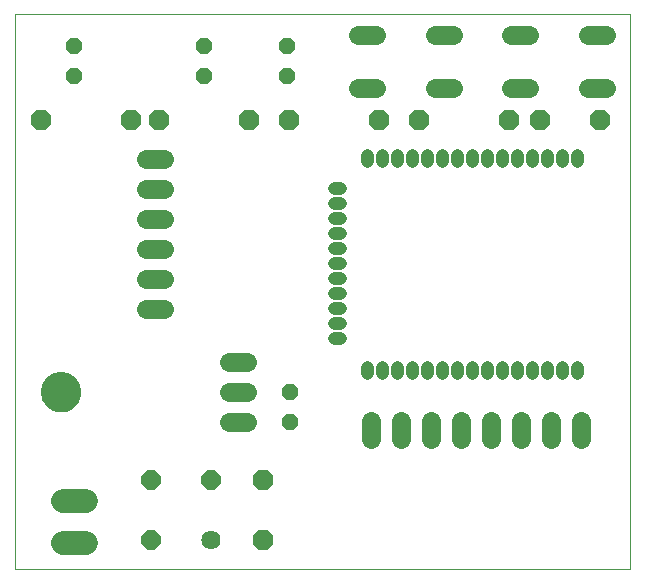
<source format=gts>
G75*
G70*
%OFA0B0*%
%FSLAX24Y24*%
%IPPOS*%
%LPD*%
%AMOC8*
5,1,8,0,0,1.08239X$1,22.5*
%
%ADD10C,0.0000*%
%ADD11OC8,0.0670*%
%ADD12OC8,0.0540*%
%ADD13C,0.0790*%
%ADD14C,0.0434*%
%ADD15C,0.0640*%
%ADD16C,0.0640*%
%ADD17OC8,0.0640*%
%ADD18OC8,0.0560*%
%ADD19C,0.1340*%
D10*
X000258Y000893D02*
X000258Y019397D01*
X020731Y019397D01*
X020731Y000893D01*
X000258Y000893D01*
X001114Y006798D02*
X001116Y006848D01*
X001122Y006898D01*
X001132Y006948D01*
X001145Y006996D01*
X001162Y007044D01*
X001183Y007090D01*
X001207Y007134D01*
X001235Y007176D01*
X001266Y007216D01*
X001300Y007253D01*
X001337Y007288D01*
X001376Y007319D01*
X001417Y007348D01*
X001461Y007373D01*
X001507Y007395D01*
X001554Y007413D01*
X001602Y007427D01*
X001651Y007438D01*
X001701Y007445D01*
X001751Y007448D01*
X001802Y007447D01*
X001852Y007442D01*
X001902Y007433D01*
X001950Y007421D01*
X001998Y007404D01*
X002044Y007384D01*
X002089Y007361D01*
X002132Y007334D01*
X002172Y007304D01*
X002210Y007271D01*
X002245Y007235D01*
X002278Y007196D01*
X002307Y007155D01*
X002333Y007112D01*
X002356Y007067D01*
X002375Y007020D01*
X002390Y006972D01*
X002402Y006923D01*
X002410Y006873D01*
X002414Y006823D01*
X002414Y006773D01*
X002410Y006723D01*
X002402Y006673D01*
X002390Y006624D01*
X002375Y006576D01*
X002356Y006529D01*
X002333Y006484D01*
X002307Y006441D01*
X002278Y006400D01*
X002245Y006361D01*
X002210Y006325D01*
X002172Y006292D01*
X002132Y006262D01*
X002089Y006235D01*
X002044Y006212D01*
X001998Y006192D01*
X001950Y006175D01*
X001902Y006163D01*
X001852Y006154D01*
X001802Y006149D01*
X001751Y006148D01*
X001701Y006151D01*
X001651Y006158D01*
X001602Y006169D01*
X001554Y006183D01*
X001507Y006201D01*
X001461Y006223D01*
X001417Y006248D01*
X001376Y006277D01*
X001337Y006308D01*
X001300Y006343D01*
X001266Y006380D01*
X001235Y006420D01*
X001207Y006462D01*
X001183Y006506D01*
X001162Y006552D01*
X001145Y006600D01*
X001132Y006648D01*
X001122Y006698D01*
X001116Y006748D01*
X001114Y006798D01*
D11*
X008526Y003861D03*
X008526Y001861D03*
X008057Y015853D03*
X009388Y015853D03*
X012388Y015853D03*
X013719Y015853D03*
X016719Y015853D03*
X017762Y015853D03*
X019762Y015853D03*
X005057Y015853D03*
X004120Y015853D03*
X001120Y015853D03*
D12*
X009428Y006798D03*
X009428Y005798D03*
D13*
X002602Y003156D02*
X001852Y003156D01*
X001852Y001778D02*
X002602Y001778D01*
D14*
X010885Y008611D02*
X011081Y008611D01*
X011081Y009111D02*
X010885Y009111D01*
X010885Y009611D02*
X011081Y009611D01*
X011081Y010111D02*
X010885Y010111D01*
X010885Y010611D02*
X011081Y010611D01*
X011081Y011111D02*
X010885Y011111D01*
X010885Y011611D02*
X011081Y011611D01*
X011081Y012111D02*
X010885Y012111D01*
X010885Y012611D02*
X011081Y012611D01*
X011081Y013111D02*
X010885Y013111D01*
X010885Y013611D02*
X011081Y013611D01*
X011983Y014513D02*
X011983Y014709D01*
X012483Y014709D02*
X012483Y014513D01*
X012983Y014513D02*
X012983Y014709D01*
X013483Y014709D02*
X013483Y014513D01*
X013983Y014513D02*
X013983Y014709D01*
X014483Y014709D02*
X014483Y014513D01*
X014983Y014513D02*
X014983Y014709D01*
X015483Y014709D02*
X015483Y014513D01*
X015983Y014513D02*
X015983Y014709D01*
X016483Y014709D02*
X016483Y014513D01*
X016983Y014513D02*
X016983Y014709D01*
X017483Y014709D02*
X017483Y014513D01*
X017983Y014513D02*
X017983Y014709D01*
X018483Y014709D02*
X018483Y014513D01*
X018983Y014513D02*
X018983Y014709D01*
X018983Y007622D02*
X018983Y007426D01*
X018483Y007426D02*
X018483Y007622D01*
X017983Y007622D02*
X017983Y007426D01*
X017483Y007426D02*
X017483Y007622D01*
X016983Y007622D02*
X016983Y007426D01*
X016483Y007426D02*
X016483Y007622D01*
X015983Y007622D02*
X015983Y007426D01*
X015483Y007426D02*
X015483Y007622D01*
X014983Y007622D02*
X014983Y007426D01*
X014483Y007426D02*
X014483Y007622D01*
X013983Y007622D02*
X013983Y007426D01*
X013483Y007426D02*
X013483Y007622D01*
X012983Y007622D02*
X012983Y007426D01*
X012483Y007426D02*
X012483Y007622D01*
X011983Y007622D02*
X011983Y007426D01*
D15*
X012113Y005842D02*
X012113Y005242D01*
X013113Y005242D02*
X013113Y005842D01*
X014113Y005842D02*
X014113Y005242D01*
X015113Y005242D02*
X015113Y005842D01*
X016113Y005842D02*
X016113Y005242D01*
X017113Y005242D02*
X017113Y005842D01*
X018113Y005842D02*
X018113Y005242D01*
X019113Y005242D02*
X019113Y005842D01*
X007964Y005798D02*
X007364Y005798D01*
X007364Y006798D02*
X007964Y006798D01*
X007964Y007798D02*
X007364Y007798D01*
X005208Y009560D02*
X004608Y009560D01*
X004608Y010560D02*
X005208Y010560D01*
X005208Y011560D02*
X004608Y011560D01*
X004608Y012560D02*
X005208Y012560D01*
X005208Y013560D02*
X004608Y013560D01*
X004608Y014560D02*
X005208Y014560D01*
X011670Y016932D02*
X012270Y016932D01*
X012270Y018712D02*
X011670Y018712D01*
X014230Y018712D02*
X014830Y018712D01*
X014830Y016932D02*
X014230Y016932D01*
X016789Y016932D02*
X017389Y016932D01*
X017389Y018712D02*
X016789Y018712D01*
X019349Y018712D02*
X019949Y018712D01*
X019949Y016932D02*
X019349Y016932D01*
D16*
X006770Y001861D03*
D17*
X004770Y001861D03*
X004770Y003861D03*
X006770Y003861D03*
D18*
X006557Y017322D03*
X006557Y018322D03*
X009313Y018322D03*
X009313Y017322D03*
X002227Y017322D03*
X002227Y018322D03*
D19*
X001764Y006798D03*
M02*

</source>
